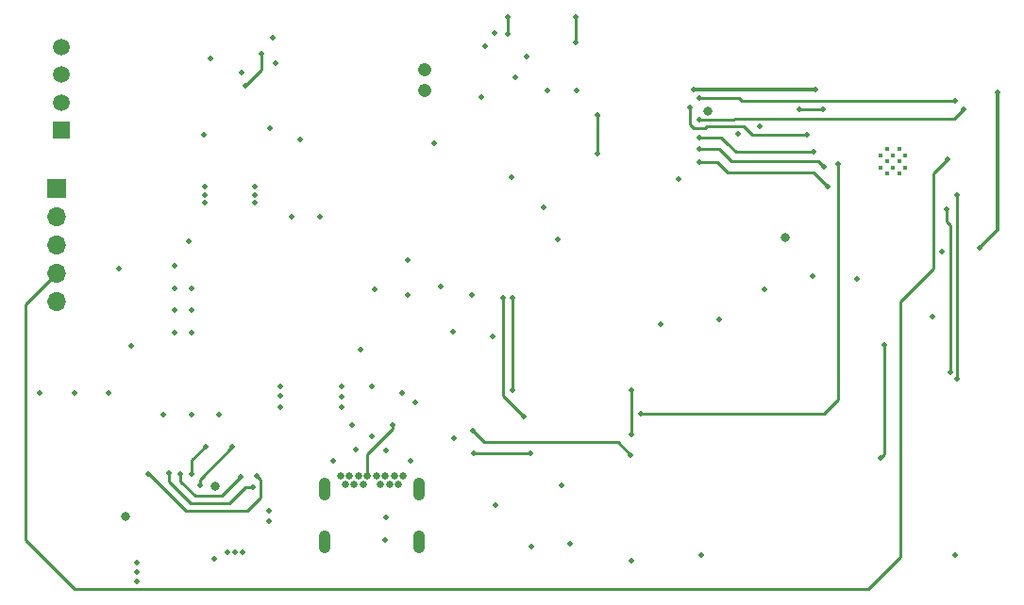
<source format=gbl>
%TF.GenerationSoftware,KiCad,Pcbnew,8.0.7*%
%TF.CreationDate,2024-12-27T12:04:35+11:00*%
%TF.ProjectId,ESP32 sensor board,45535033-3220-4736-956e-736f7220626f,rev?*%
%TF.SameCoordinates,Original*%
%TF.FileFunction,Copper,L4,Bot*%
%TF.FilePolarity,Positive*%
%FSLAX46Y46*%
G04 Gerber Fmt 4.6, Leading zero omitted, Abs format (unit mm)*
G04 Created by KiCad (PCBNEW 8.0.7) date 2024-12-27 12:04:35*
%MOMM*%
%LPD*%
G01*
G04 APERTURE LIST*
%TA.AperFunction,ComponentPad*%
%ADD10C,0.650000*%
%TD*%
%TA.AperFunction,ComponentPad*%
%ADD11O,1.050000X2.100000*%
%TD*%
%TA.AperFunction,ComponentPad*%
%ADD12C,0.400000*%
%TD*%
%TA.AperFunction,ComponentPad*%
%ADD13R,1.508000X1.508000*%
%TD*%
%TA.AperFunction,ComponentPad*%
%ADD14C,1.508000*%
%TD*%
%TA.AperFunction,ComponentPad*%
%ADD15C,1.208000*%
%TD*%
%TA.AperFunction,ComponentPad*%
%ADD16R,1.700000X1.700000*%
%TD*%
%TA.AperFunction,ComponentPad*%
%ADD17O,1.700000X1.700000*%
%TD*%
%TA.AperFunction,ViaPad*%
%ADD18C,0.500000*%
%TD*%
%TA.AperFunction,ViaPad*%
%ADD19C,0.800000*%
%TD*%
%TA.AperFunction,Conductor*%
%ADD20C,0.254000*%
%TD*%
%TA.AperFunction,Conductor*%
%ADD21C,0.300000*%
%TD*%
G04 APERTURE END LIST*
D10*
%TO.P,J1,B1,GNDB1*%
%TO.N,GND*%
X145990800Y-114382500D03*
%TO.P,J1,B2,SSTXP2*%
%TO.N,unconnected-(J1-SSTXP2-PadB2)*%
X145590800Y-115092500D03*
%TO.P,J1,B3,SSTXN2*%
%TO.N,unconnected-(J1-SSTXN2-PadB3)*%
X144790800Y-115092500D03*
%TO.P,J1,B4,VBUSB1*%
%TO.N,/VBUS*%
X144390800Y-114382500D03*
%TO.P,J1,B5,CC2*%
%TO.N,Net-(J1-CC2)*%
X143990800Y-115092500D03*
%TO.P,J1,B6,DP2*%
%TO.N,/USB_DP*%
X143590800Y-114382500D03*
%TO.P,J1,B7,DN2*%
%TO.N,/USB_DN*%
X142790800Y-114382500D03*
%TO.P,J1,B8,SBU2*%
%TO.N,unconnected-(J1-SBU2-PadB8)*%
X142390800Y-115092500D03*
%TO.P,J1,B9,VBUSB2*%
%TO.N,/VBUS*%
X141990800Y-114382500D03*
%TO.P,J1,B10,SSRXN1*%
%TO.N,unconnected-(J1-SSRXN1-PadB10)*%
X141590800Y-115092500D03*
%TO.P,J1,B11,SSRXP1*%
%TO.N,unconnected-(J1-SSRXP1-PadB11)*%
X140790800Y-115092500D03*
%TO.P,J1,B12,GNDB2*%
%TO.N,GND*%
X140390800Y-114382500D03*
%TO.P,J1,G1,GND/SHIELD*%
X145190800Y-114382500D03*
%TO.P,J1,G2,GND/SHIELD*%
X141190800Y-114382500D03*
D11*
%TO.P,J1,S1,GND/SHIELD*%
X138920800Y-115532500D03*
%TO.P,J1,S2,GND/SHIELD*%
X147460800Y-115532500D03*
%TO.P,J1,S3,GND/SHIELD*%
X138920800Y-120262500D03*
%TO.P,J1,S4,GND/SHIELD*%
X147460800Y-120262500D03*
%TD*%
D12*
%TO.P,U3,28,GND*%
%TO.N,GND*%
X189386000Y-85004000D03*
%TO.P,U3,29,GND*%
X190486000Y-85004000D03*
%TO.P,U3,30,GND*%
X188836000Y-85554000D03*
%TO.P,U3,31,GND*%
X189936000Y-85554000D03*
%TO.P,U3,32,GND*%
X191036000Y-85554000D03*
%TO.P,U3,33,GND*%
X189386000Y-86104000D03*
%TO.P,U3,34,GND*%
X190486000Y-86104000D03*
%TO.P,U3,35,GND*%
X188836000Y-86654000D03*
%TO.P,U3,36,GND*%
X189936000Y-86654000D03*
%TO.P,U3,37,GND*%
X191036000Y-86654000D03*
%TO.P,U3,38,GND*%
X189386000Y-87204000D03*
%TO.P,U3,39,GND*%
X190486000Y-87204000D03*
%TD*%
D13*
%TO.P,J4,1,1*%
%TO.N,3.3V*%
X115375000Y-83340000D03*
D14*
%TO.P,J4,2,2*%
%TO.N,/ESP32-C3-02/SDA*%
X115375000Y-80840000D03*
%TO.P,J4,3,3*%
%TO.N,/ESP32-C3-02/SCL*%
X115375000Y-78340000D03*
%TO.P,J4,4,4*%
%TO.N,GND*%
X115375000Y-75840000D03*
%TD*%
D15*
%TO.P,MK1,GND*%
%TO.N,GND*%
X147962500Y-77850000D03*
%TO.P,MK1,OUT*%
%TO.N,Net-(C17-Pad2)*%
X147962500Y-79750000D03*
%TD*%
D16*
%TO.P,J6,1,Pin_1*%
%TO.N,3.3V*%
X114925000Y-88565000D03*
D17*
%TO.P,J6,2,Pin_2*%
%TO.N,/ESP32-C3-02/GPIO8*%
X114925000Y-91105000D03*
%TO.P,J6,3,Pin_3*%
%TO.N,/ESP32-C3-02/GPIO18*%
X114925000Y-93645000D03*
%TO.P,J6,4,Pin_4*%
%TO.N,/ESP32-C3-02/GPIO19*%
X114925000Y-96185000D03*
%TO.P,J6,5,Pin_5*%
%TO.N,GND*%
X114925000Y-98725000D03*
%TD*%
D18*
%TO.N,/+5V_USB*%
X134950000Y-107200000D03*
X134950000Y-108150000D03*
X119583300Y-106916700D03*
X134950000Y-106350000D03*
X130225000Y-121200000D03*
X133925000Y-118475000D03*
X116500000Y-106900000D03*
X113400000Y-106950000D03*
X130925000Y-121200000D03*
X131600000Y-121200000D03*
X133950000Y-117475000D03*
%TO.N,GND*%
X176050000Y-83650000D03*
X149350000Y-97350000D03*
X126800000Y-93300000D03*
X159900000Y-93125000D03*
X186700000Y-96650000D03*
X154000000Y-101850000D03*
X129500000Y-108837500D03*
X174326000Y-100300000D03*
X127000000Y-97500000D03*
X125500000Y-95500000D03*
X152200000Y-98150000D03*
D19*
X180250000Y-92925000D03*
D18*
X134062000Y-83150000D03*
X157500000Y-120750000D03*
X166500000Y-122000000D03*
X193450000Y-100100000D03*
X169100000Y-100700000D03*
X146675000Y-113050000D03*
X161000000Y-120500000D03*
X147100000Y-107800000D03*
X139700000Y-113050000D03*
X177950000Y-83000000D03*
D19*
X129150000Y-115325000D03*
D18*
X125500000Y-99500000D03*
X155750000Y-87500000D03*
X122100000Y-122175000D03*
X134575000Y-77262500D03*
X156047000Y-78587500D03*
X127000000Y-108837500D03*
X146450000Y-98150000D03*
X143200000Y-106362500D03*
X154250000Y-117000000D03*
X127000000Y-99500000D03*
X128700000Y-76900000D03*
X122100000Y-123850000D03*
X153375000Y-75750000D03*
X172750000Y-121500000D03*
X121600000Y-102725000D03*
X129025000Y-121850000D03*
X195500000Y-121500000D03*
X144457500Y-118120000D03*
X142150000Y-103025000D03*
X136725000Y-84112500D03*
D19*
X121075000Y-118025000D03*
D18*
X160250000Y-115250000D03*
X125500000Y-101500000D03*
X178450000Y-97650000D03*
X144377500Y-120090000D03*
X125500000Y-97500000D03*
X127000000Y-101500000D03*
X122100000Y-122975000D03*
X143450000Y-97650000D03*
X124475000Y-108837500D03*
%TO.N,3.3V*%
X158950000Y-79775000D03*
D19*
X173325000Y-81575000D03*
D18*
X134325000Y-75012500D03*
X120500000Y-95712500D03*
X154175000Y-74600000D03*
X182725000Y-96450000D03*
X128175000Y-89825000D03*
X153050000Y-80300000D03*
X157050000Y-76725000D03*
X150475000Y-101400000D03*
X170750000Y-87695000D03*
X161525000Y-79750000D03*
X150600000Y-110975000D03*
X146400000Y-95000000D03*
X132675000Y-89825000D03*
X148775000Y-84450000D03*
X128175000Y-88400000D03*
X128175000Y-89100000D03*
X128150000Y-83750000D03*
X158625000Y-90225000D03*
X132675000Y-88400000D03*
X136000000Y-91125000D03*
X194325000Y-94200000D03*
X132675000Y-89100000D03*
X138500000Y-91100000D03*
X131550000Y-78100000D03*
%TO.N,/ESP32-C3-02/MIC_OUT*%
X182250000Y-83750000D03*
X171725000Y-81275000D03*
%TO.N,/ESP32-C3-02/EN*%
X167329600Y-108812500D03*
X185000000Y-86325000D03*
X181525000Y-81425000D03*
X183700000Y-81450000D03*
%TO.N,Net-(U1-PROG1)*%
X128250000Y-111750000D03*
X127050000Y-114200000D03*
%TO.N,/USB_DN*%
X145050000Y-109800000D03*
%TO.N,Net-(U1-PROG3)*%
X130700000Y-111750000D03*
X127775000Y-115200000D03*
%TO.N,/CHARGING_POWER_GOOD*%
X125000000Y-114125000D03*
X132525000Y-115375000D03*
%TO.N,/CHARGED*%
X126025000Y-114225000D03*
X131400000Y-114475000D03*
%TO.N,/USB_DP*%
X141450000Y-109800000D03*
%TO.N,Net-(Q2-B)*%
X152325000Y-112300000D03*
X157425000Y-112300000D03*
%TO.N,/ESP32-C3-02/RTS*%
X155850000Y-98400000D03*
X166500000Y-106700000D03*
X166500000Y-110687500D03*
X155850000Y-106700000D03*
%TO.N,/ESP32-C3-02/BOOT*%
X189145000Y-102605000D03*
X188850000Y-112725000D03*
%TO.N,/ESP32-C3-02/DTS*%
X154950000Y-98400000D03*
X156800000Y-109050000D03*
%TO.N,Net-(Q3-B)*%
X152225000Y-110325000D03*
X166425000Y-112525000D03*
%TO.N,/ESP32-C3-02/CS*%
X172575000Y-86150000D03*
X184075000Y-88375000D03*
%TO.N,/ESP32-C3-02/CS_SD*%
X199297500Y-79904000D03*
X197700000Y-93900000D03*
%TO.N,/ESP32-C3-02/SCL*%
X172600000Y-80425000D03*
X195525000Y-80650000D03*
%TO.N,/ESP32-C3-02/SDA*%
X161500000Y-75400000D03*
X161500000Y-73150000D03*
X183000000Y-79675000D03*
X155400000Y-74675000D03*
X155400000Y-73150000D03*
X172025000Y-79675000D03*
%TO.N,/ESP32-C3-02/PHOTO_C*%
X196275000Y-81400000D03*
X163425000Y-85425000D03*
X172600000Y-82375000D03*
X163425000Y-81950000D03*
%TO.N,/ESP32-C3-02/GPIO19*%
X194860000Y-85910000D03*
%TO.N,/ESP32-C3-02/GPIO8*%
X182825000Y-85250000D03*
X172575000Y-83950000D03*
%TO.N,/ESP32-C3-02/GPIO18*%
X183775000Y-86625000D03*
X172575000Y-84975000D03*
%TO.N,/ESP32-C3-02/TX_RX*%
X195070000Y-105050000D03*
X194775000Y-90400000D03*
%TO.N,/ESP32-C3-02/RX_TX*%
X195650000Y-89100000D03*
X195680000Y-105650000D03*
%TO.N,Net-(U8-IN+)*%
X131875000Y-79302500D03*
X133293300Y-76450000D03*
%TO.N,/VBUS*%
X143200000Y-110850000D03*
X140500000Y-108150000D03*
X144450000Y-112100000D03*
X141750000Y-112000000D03*
X140500000Y-107250000D03*
X145900000Y-106900000D03*
X140500000Y-106350000D03*
%TO.N,/CHARGING*%
X132850000Y-114400000D03*
X123150000Y-114192500D03*
%TD*%
D20*
%TO.N,/ESP32-C3-02/MIC_OUT*%
X177350000Y-83750000D02*
X176525000Y-82925000D01*
X182250000Y-83750000D02*
X177350000Y-83750000D01*
X173225000Y-82925000D02*
X173050000Y-83100000D01*
X176525000Y-82925000D02*
X173225000Y-82925000D01*
X171725000Y-82800000D02*
X171725000Y-81275000D01*
X172025000Y-83100000D02*
X171725000Y-82800000D01*
X173050000Y-83100000D02*
X172025000Y-83100000D01*
%TO.N,/ESP32-C3-02/EN*%
X185000000Y-107550000D02*
X183737500Y-108812500D01*
X185000000Y-86325000D02*
X185000000Y-107550000D01*
X183737500Y-108812500D02*
X167329600Y-108812500D01*
X181525000Y-81425000D02*
X183675000Y-81425000D01*
X183675000Y-81425000D02*
X183700000Y-81450000D01*
%TO.N,Net-(U1-PROG1)*%
X127050000Y-112960000D02*
X127050000Y-114200000D01*
X128250000Y-111750000D02*
X128250000Y-111760000D01*
X128250000Y-111760000D02*
X127050000Y-112960000D01*
%TO.N,/USB_DN*%
X142790800Y-114192600D02*
X142790500Y-114192300D01*
X142790500Y-114192300D02*
X142790500Y-114570000D01*
X142790800Y-114382500D02*
X142790800Y-114192600D01*
X145050000Y-109800000D02*
X145050000Y-110170000D01*
X142790800Y-112429200D02*
X142790800Y-114382500D01*
X145050000Y-110170000D02*
X142790800Y-112429200D01*
%TO.N,Net-(U1-PROG3)*%
X127775000Y-114675000D02*
X127775000Y-115200000D01*
X130700000Y-111750000D02*
X127775000Y-114675000D01*
%TO.N,/CHARGING_POWER_GOOD*%
X131848352Y-115375000D02*
X130373352Y-116850000D01*
X132525000Y-115375000D02*
X131848352Y-115375000D01*
X125000000Y-114890000D02*
X125000000Y-114125000D01*
X126960000Y-116850000D02*
X125000000Y-114890000D01*
X130373352Y-116850000D02*
X126960000Y-116850000D01*
%TO.N,/CHARGED*%
X126025000Y-114850000D02*
X126025000Y-114225000D01*
X129715000Y-116160000D02*
X127335000Y-116160000D01*
X131400000Y-114475000D02*
X129715000Y-116160000D01*
X127335000Y-116160000D02*
X126025000Y-114850000D01*
%TO.N,Net-(Q2-B)*%
X152325000Y-112300000D02*
X152355000Y-112330000D01*
X152355000Y-112330000D02*
X157395000Y-112330000D01*
X157395000Y-112330000D02*
X157425000Y-112300000D01*
%TO.N,/ESP32-C3-02/RTS*%
X155850000Y-98400000D02*
X155850000Y-106700000D01*
X166500000Y-106700000D02*
X166500000Y-110687500D01*
%TO.N,/ESP32-C3-02/BOOT*%
X189145000Y-102605000D02*
X189140000Y-102610000D01*
X189140000Y-112435000D02*
X188850000Y-112725000D01*
X189140000Y-102610000D02*
X189140000Y-112435000D01*
%TO.N,/ESP32-C3-02/DTS*%
X154950000Y-98400000D02*
X154950000Y-107200000D01*
X154950000Y-107200000D02*
X156800000Y-109050000D01*
%TO.N,Net-(Q3-B)*%
X165250000Y-111350000D02*
X166425000Y-112525000D01*
X153250000Y-111350000D02*
X165250000Y-111350000D01*
X152225000Y-110325000D02*
X153250000Y-111350000D01*
%TO.N,/ESP32-C3-02/CS*%
X182775000Y-87075000D02*
X184075000Y-88375000D01*
X175125000Y-87075000D02*
X176875000Y-87075000D01*
X174200000Y-86150000D02*
X174700000Y-86650000D01*
X174700000Y-86650000D02*
X175125000Y-87075000D01*
X172575000Y-86150000D02*
X174200000Y-86150000D01*
X176875000Y-87075000D02*
X182775000Y-87075000D01*
D21*
%TO.N,/ESP32-C3-02/CS_SD*%
X199297500Y-92302500D02*
X197700000Y-93900000D01*
X199297500Y-79904000D02*
X199297500Y-92302500D01*
D20*
%TO.N,/ESP32-C3-02/SCL*%
X172600000Y-80425000D02*
X176150000Y-80425000D01*
X176375000Y-80650000D02*
X195525000Y-80650000D01*
X176150000Y-80425000D02*
X176375000Y-80650000D01*
D21*
%TO.N,/ESP32-C3-02/SDA*%
X183000000Y-79675000D02*
X172025000Y-79675000D01*
D20*
X161500000Y-75400000D02*
X161500000Y-73150000D01*
X155400000Y-74675000D02*
X155400000Y-73150000D01*
%TO.N,/ESP32-C3-02/PHOTO_C*%
X163500000Y-82025000D02*
X163500000Y-82050000D01*
X175650000Y-82375000D02*
X175775000Y-82250000D01*
X175775000Y-82250000D02*
X195425000Y-82250000D01*
X163425000Y-81950000D02*
X163500000Y-82025000D01*
X172600000Y-82375000D02*
X175650000Y-82375000D01*
X195425000Y-82250000D02*
X196275000Y-81400000D01*
X163425000Y-85425000D02*
X163425000Y-81950000D01*
%TO.N,/ESP32-C3-02/GPIO19*%
X190590000Y-121660000D02*
X187700000Y-124550000D01*
X187700000Y-124550000D02*
X116530000Y-124550000D01*
X193550000Y-87220000D02*
X193550000Y-95775000D01*
X190590000Y-98735000D02*
X190590000Y-121660000D01*
X116530000Y-124550000D02*
X112150000Y-120170000D01*
X193550000Y-95775000D02*
X190590000Y-98735000D01*
X194860000Y-85910000D02*
X193550000Y-87220000D01*
X112150000Y-120170000D02*
X112150000Y-98945000D01*
X112150000Y-98945000D02*
X114920000Y-96175000D01*
%TO.N,/ESP32-C3-02/GPIO8*%
X172575000Y-83950000D02*
X174550000Y-83950000D01*
X175050000Y-84450000D02*
X175850000Y-85250000D01*
X175850000Y-85250000D02*
X182250000Y-85250000D01*
X182250000Y-85250000D02*
X182825000Y-85250000D01*
X174550000Y-83950000D02*
X175050000Y-84450000D01*
%TO.N,/ESP32-C3-02/GPIO18*%
X175475000Y-86125000D02*
X176575000Y-86125000D01*
X174325000Y-84975000D02*
X175100000Y-85750000D01*
X176575000Y-86125000D02*
X183275000Y-86125000D01*
X183275000Y-86125000D02*
X183775000Y-86625000D01*
X172575000Y-84975000D02*
X174325000Y-84975000D01*
X175100000Y-85750000D02*
X175475000Y-86125000D01*
%TO.N,/ESP32-C3-02/TX_RX*%
X195075000Y-105045000D02*
X195075000Y-91845000D01*
X195075000Y-91845000D02*
X194775000Y-91545000D01*
X195070000Y-105050000D02*
X195075000Y-105045000D01*
X194775000Y-91545000D02*
X194775000Y-90400000D01*
%TO.N,/ESP32-C3-02/RX_TX*%
X195675000Y-104035000D02*
X195675000Y-89125000D01*
X195675000Y-89125000D02*
X195650000Y-89100000D01*
X195680000Y-104040000D02*
X195675000Y-104035000D01*
X195680000Y-105650000D02*
X195680000Y-104040000D01*
X195650000Y-89225000D02*
X195525000Y-89100000D01*
%TO.N,Net-(U8-IN+)*%
X133293300Y-77884200D02*
X133293300Y-76450000D01*
X131875000Y-79302500D02*
X133293300Y-77884200D01*
%TO.N,/CHARGING*%
X126540000Y-117500000D02*
X123232500Y-114192500D01*
X132850000Y-114400000D02*
X133200000Y-114750000D01*
X123232500Y-114192500D02*
X123150000Y-114192500D01*
X133200000Y-116300000D02*
X132000000Y-117500000D01*
X132000000Y-117500000D02*
X126540000Y-117500000D01*
X133200000Y-114750000D02*
X133200000Y-116300000D01*
%TD*%
M02*

</source>
